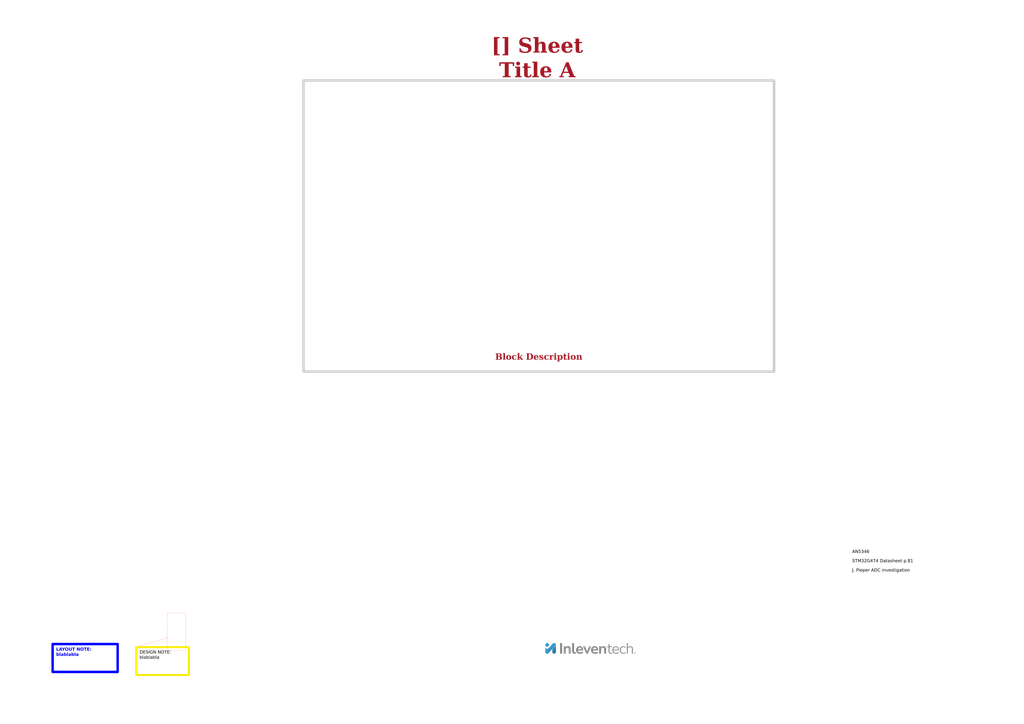
<source format=kicad_sch>
(kicad_sch (version 20250114) (generator "eeschema") (generator_version "9.0")
  (paper "A3")
  (title_block (title "Sheet Title A") (date "Last Modified Date") (rev "${REVISION}") (company "${COMPANY}"))
  (lib_symbols
    (symbol "Bluetooth____LoRa:EFR32BG24B210F1024IM48-B" (pin_names (offset 0.254))
      (property "Reference" "U1" (at 27.94 10.16 0))
      (property "Value" "EFR32BG24B210F1024IM48-B" (at 27.94 7.62 0))
      (symbol "EFR32BG24B210F1024IM48-B_0_1"
        (polyline (pts (xy 7.62 5.08) (xy 7.62 -134.62)) (stroke (width 0.127)))
        (polyline (pts (xy 7.62 -134.62) (xy 48.26 -134.62)) (stroke (width 0.127)))
        (polyline (pts (xy 48.26 5.08) (xy 7.62 5.08)) (stroke (width 0.127)))
        (polyline (pts (xy 48.26 -134.62) (xy 48.26 5.08)) (stroke (width 0.127)))
        (pin bidirectional line (at 0 0 0) (length 7.62) (name "PA00") (number "26"))
        (pin bidirectional line (at 0 -3.81 0) (length 7.62) (name "PA01") (number "27"))
        (pin bidirectional line (at 0 -7.62 0) (length 7.62) (name "PA02") (number "28"))
        (pin bidirectional line (at 0 -11.43 0) (length 7.62) (name "PA03") (number "29"))
        (pin bidirectional line (at 0 -15.24 0) (length 7.62) (name "PA04") (number "30"))
        (pin bidirectional line (at 0 -19.05 0) (length 7.62) (name "PA05") (number "31"))
        (pin bidirectional line (at 0 -22.86 0) (length 7.62) (name "PA06") (number "32"))
        (pin bidirectional line (at 0 -26.67 0) (length 7.62) (name "PA07") (number "33"))
        (pin bidirectional line (at 0 -30.48 0) (length 7.62) (name "PA08") (number "34"))
        (pin bidirectional line (at 0 -34.29 0) (length 7.62) (name "PA09") (number "35"))
        (pin bidirectional line (at 0 -41.91 0) (length 7.62) (name "PB00") (number "23"))
        (pin bidirectional line (at 0 -45.72 0) (length 7.62) (name "PB01") (number "22"))
        (pin bidirectional line (at 0 -49.53 0) (length 7.62) (name "PB02") (number "21"))
        (pin bidirectional line (at 0 -53.34 0) (length 7.62) (name "PB03") (number "20"))
        (pin bidirectional line (at 0 -57.15 0) (length 7.62) (name "PB04") (number "19"))
        (pin bidirectional line (at 0 -60.96 0) (length 7.62) (name "PB05") (number "18"))
        (pin bidirectional line (at 0 -68.58 0) (length 7.62) (name "PC00") (number "1"))
        (pin bidirectional line (at 0 -72.39 0) (length 7.62) (name "PC01") (number "2"))
        (pin bidirectional line (at 0 -76.2 0) (length 7.62) (name "PC02") (number "3"))
        (pin bidirectional line (at 0 -80.01 0) (length 7.62) (name "PC03") (number "4"))
        (pin bidirectional line (at 0 -83.82 0) (length 7.62) (name "PC04") (number "5"))
        (pin bidirectional line (at 0 -87.63 0) (length 7.62) (name "PC05") (number "6"))
        (pin bidirectional line (at 0 -91.44 0) (length 7.62) (name "PC06") (number "7"))
        (pin bidirectional line (at 0 -95.25 0) (length 7.62) (name "PC07") (number "8"))
        (pin bidirectional line (at 0 -99.06 0) (length 7.62) (name "PC08") (number "9"))
        (pin bidirectional line (at 0 -102.87 0) (length 7.62) (name "PC09") (number "10"))
        (pin bidirectional line (at 0 -110.49 0) (length 7.62) (name "PD00") (number "48"))
        (pin bidirectional line (at 0 -114.3 0) (length 7.62) (name "PD01") (number "47"))
        (pin bidirectional line (at 0 -118.11 0) (length 7.62) (name "PD02") (number "46"))
        (pin bidirectional line (at 0 -121.92 0) (length 7.62) (name "PD03") (number "45"))
        (pin bidirectional line (at 0 -125.73 0) (length 7.62) (name "PD04") (number "44"))
        (pin bidirectional line (at 0 -129.54 0) (length 7.62) (name "PD05") (number "43"))
        (pin input line (at 55.88 -19.05 180) (length 7.62) (name "HFXTAL_I") (number "11"))
        (pin output line (at 55.88 -22.86 180) (length 7.62) (name "HFXTAL_O") (number "12"))
        (pin power_in line (at 55.88 -26.67 180) (length 7.62) (name "RFVDD") (number "14"))
        (pin power_in line (at 55.88 -30.48 180) (length 7.62) (name "PAVDD") (number "17"))
        (pin power_out line (at 55.88 -34.29 180) (length 7.62) (name "RFVSS") (number "15"))
        (pin bidirectional line (at 55.88 -38.1 180) (length 7.62) (name "RF2G4_IO") (number "16"))
        (pin bidirectional line (at 55.88 -72.39 180) (length 7.62) (name "RESETN") (number "13"))
        (pin unspecified line (at 55.88 -76.2 180) (length 7.62) (name "VREGSW") (number "37"))
        (pin power_in line (at 55.88 -80.01 180) (length 7.62) (name "DVDD") (number "40"))
        (pin unspecified line (at 55.88 -83.82 180) (length 7.62) (name "DECOUPLE") (number "36"))
        (pin power_in line (at 55.88 -87.63 180) (length 7.62) (name "VREGVDD") (number "38"))
        (pin power_in line (at 55.88 -91.44 180) (length 7.62) (name "AVDD") (number "41"))
        (pin power_in line (at 55.88 -95.25 180) (length 7.62) (name "IOVDD") (number "42"))
        (pin power_in line (at 55.88 -99.06 180) (length 7.62) (name "VREFN") (number "24"))
        (pin power_in line (at 55.88 -102.87 180) (length 7.62) (name "VREFP") (number "25"))
        (pin power_out line (at 55.88 -106.68 180) (length 7.62) (name "VREGVSS") (number "39"))
        (pin power_out line (at 55.88 -110.49 180) (length 7.62) (name "EPAD") (number "49"))
      )
    )
  )
  (rectangle (start 68.58 251.46) (end 76.2 266.7) (stroke (width 0) (type dot) (color 255 0 0 1)))
  (rectangle (start 124.46 33.02) (end 317.5 152.4) (stroke (width 1) (color 200 200 200 1)))
  (rectangle (start -167.64 17.78) (end -35.56 185.42) (stroke (width 0.0254) (color 255 0 0 1)))
  (text "MCU-EFR32" (at -123.9774 24.4094 0) (effects (font (size 2.54 2.54) (thickness 0.254) (bold yes))))
  (text "J. Pieper ADC investigation" (at 349.504 235.204 0) (effects (font (size 1.27 1.27)) (justify left bottom)))
  (text "STM32G474 Datasheet p.81" (at 349.504 231.394 0) (effects (font (size 1.27 1.27)) (justify left bottom)))
  (text "AN5346" (at 349.504 227.584 0) (effects (font (size 1.27 1.27)) (justify left bottom)))
  (text_box "LAYOUT NOTE:\nblablabla" (at 21.59 264.16 0) (size 26.67 11.43) (margins 1.4525 1.4525 1.4525 1.4525) (stroke (width 1) (color 0 0 255 1)) (effects (font (size 1.27 1.27) (thickness 0.4) (bold yes)) (justify left top)))
  (text_box "[${#}] ${TITLE}" (at 184.15 17.78 0) (size 72.39 12.7) (margins 4.4999 4.4999 4.4999 4.4999) (stroke (width -0.0001)) (effects (font (size 6 6) (thickness 1.2) (bold yes))))
  (text_box "Block Description" (at 125.73 142.24 0) (size 190.5 7.62) (margins 1.9049 1.9049 1.9049 1.9049) (stroke (width -0.0001)) (effects (font (size 2.54 2.54) (thickness 0.508) (bold yes)) (justify bottom)))
  (text_box "DESIGN NOTE:\nblablabla" (at 55.88 265.43 0) (size 21.59 11.43) (margins 1.3525 1.3525 1.3525 1.3525) (stroke (width 0.8) (color 250 236 0 1)) (effects (font (size 1.27 1.27)) (justify left top)))
  (no_connect (at -52.0954 114.3))
  (no_connect (at -63.5 140.97))
  (no_connect (at -63.5 137.16))
  (bus_entry (at -134.62 111.76) (size 2.54 2.54))
  (bus_entry (at -134.62 92.71) (size 2.54 2.54))
  (bus_entry (at -134.62 138.43) (size 2.54 2.54))
  (bus_entry (at -134.62 146.05) (size 2.54 2.54))
  (bus_entry (at -134.62 62.23) (size 2.54 2.54))
  (bus_entry (at -134.62 39.37) (size 2.54 2.54))
  (bus_entry (at -134.62 43.18) (size 2.54 2.54))
  (bus_entry (at -134.62 107.95) (size 2.54 2.54))
  (bus_entry (at -134.62 58.42) (size 2.54 2.54))
  (bus_entry (at -134.62 81.28) (size 2.54 2.54))
  (bus_entry (at -134.62 50.8) (size 2.54 2.54))
  (bus_entry (at -134.62 157.48) (size 2.54 2.54))
  (bus_entry (at -134.62 165.1) (size 2.54 2.54))
  (bus_entry (at -134.62 119.38) (size 2.54 2.54))
  (bus_entry (at -134.62 69.85) (size 2.54 2.54))
  (bus_entry (at -134.62 54.61) (size 2.54 2.54))
  (bus_entry (at -134.62 134.62) (size 2.54 2.54))
  (bus_entry (at -134.62 153.67) (size 2.54 2.54))
  (bus_entry (at -134.62 88.9) (size 2.54 2.54))
  (bus_entry (at -134.62 96.52) (size 2.54 2.54))
  (bus_entry (at -134.62 104.14) (size 2.54 2.54))
  (bus_entry (at -134.62 66.04) (size 2.54 2.54))
  (bus_entry (at -134.62 46.99) (size 2.54 2.54))
  (bus_entry (at -134.62 127) (size 2.54 2.54))
  (bus_entry (at -134.62 77.47) (size 2.54 2.54))
  (bus_entry (at -134.62 115.57) (size 2.54 2.54))
  (bus_entry (at -134.62 85.09) (size 2.54 2.54))
  (bus_entry (at -134.62 35.56) (size 2.54 2.54))
  (bus_entry (at -134.62 130.81) (size 2.54 2.54))
  (bus_entry (at -134.62 123.19) (size 2.54 2.54))
  (bus_entry (at -134.62 161.29) (size 2.54 2.54))
  (bus_entry (at -134.62 149.86) (size 2.54 2.54))
  (wire (pts (xy -132.08 45.72) (xy -119.38 45.72)))
  (wire (pts (xy -63.5 118.11) (xy -50.8 118.11)))
  (wire (pts (xy -63.5 121.92) (xy -50.8 121.92)))
  (wire (pts (xy -132.08 133.35) (xy -119.38 133.35)))
  (bus (pts (xy -134.62 157.48) (xy -134.62 161.29)))
  (wire (pts (xy -132.08 148.59) (xy -119.38 148.59)))
  (wire (pts (xy -132.08 160.02) (xy -119.38 160.02)))
  (wire (pts (xy -132.08 125.73) (xy -119.38 125.73)))
  (wire (pts (xy -63.5 60.96) (xy -50.8 60.96)))
  (wire (pts (xy -132.08 53.34) (xy -119.38 53.34)))
  (bus (pts (xy -134.62 69.85) (xy -134.62 66.04)))
  (bus (pts (xy -143.51 100.33) (xy -134.62 100.33)))
  (bus (pts (xy -134.62 149.86) (xy -134.62 153.67)))
  (wire (pts (xy -132.08 60.96) (xy -119.38 60.96)))
  (bus (pts (xy -134.62 153.67) (xy -134.62 157.48)))
  (wire (pts (xy -63.5 68.58) (xy -50.8 68.58)))
  (bus (pts (xy -134.62 43.18) (xy -134.62 39.37)))
  (bus (pts (xy -134.62 35.56) (xy -134.62 31.75)))
  (wire (pts (xy -63.5 57.15) (xy -50.8 57.15)))
  (bus (pts (xy -134.62 66.04) (xy -134.62 62.23)))
  (wire (pts (xy -132.08 167.64) (xy -119.38 167.64)))
  (bus (pts (xy -134.62 54.61) (xy -134.62 50.8)))
  (wire (pts (xy -63.5 72.39) (xy -50.8 72.39)))
  (bus (pts (xy -143.51 73.66) (xy -134.62 73.66)))
  (bus (pts (xy -134.62 73.66) (xy -134.62 77.47)))
  (bus (pts (xy -134.62 77.47) (xy -134.62 81.28)))
  (bus (pts (xy -134.62 111.76) (xy -134.62 115.57)))
  (wire (pts (xy -132.08 106.68) (xy -119.38 106.68)))
  (bus (pts (xy -134.62 88.9) (xy -134.62 92.71)))
  (wire (pts (xy -132.08 80.01) (xy -119.38 80.01)))
  (wire (pts (xy -132.08 83.82) (xy -119.38 83.82)))
  (bus (pts (xy -134.62 119.38) (xy -134.62 123.19)))
  (wire (pts (xy -132.08 137.16) (xy -119.38 137.16)))
  (bus (pts (xy -143.51 31.75) (xy -134.62 31.75)))
  (bus (pts (xy -134.62 130.81) (xy -134.62 134.62)))
  (wire (pts (xy -132.08 41.91) (xy -119.38 41.91)))
  (wire (pts (xy -132.08 95.25) (xy -119.38 95.25)))
  (wire (pts (xy -132.08 118.11) (xy -119.38 118.11)))
  (bus (pts (xy -134.62 104.14) (xy -134.62 107.95)))
  (wire (pts (xy -63.5 125.73) (xy -50.8 125.73)))
  (wire (pts (xy -52.0954 114.3) (xy -63.5 114.3)))
  (wire (pts (xy -63.5 144.78) (xy -50.8 144.78)))
  (wire (pts (xy -132.08 99.06) (xy -119.38 99.06)))
  (bus (pts (xy -134.62 58.42) (xy -134.62 54.61)))
  (wire (pts (xy -132.08 156.21) (xy -119.38 156.21)))
  (wire (pts (xy -63.5 148.59) (xy -50.8 148.59)))
  (bus (pts (xy -134.62 100.33) (xy -134.62 104.14)))
  (wire (pts (xy -132.08 152.4) (xy -119.38 152.4)))
  (bus (pts (xy -134.62 115.57) (xy -134.62 119.38)))
  (wire (pts (xy -132.08 163.83) (xy -119.38 163.83)))
  (wire (pts (xy -132.08 110.49) (xy -119.38 110.49)))
  (bus (pts (xy -134.62 85.09) (xy -134.62 88.9)))
  (bus (pts (xy -134.62 146.05) (xy -134.62 149.86)))
  (wire (pts (xy -63.5 129.54) (xy -50.8 129.54)))
  (wire (pts (xy -63.5 133.35) (xy -50.8 133.35)))
  (wire (pts (xy -132.08 38.1) (xy -119.38 38.1)))
  (bus (pts (xy -134.62 39.37) (xy -134.62 35.56)))
  (wire (pts (xy -132.08 57.15) (xy -119.38 57.15)))
  (bus (pts (xy -134.62 127) (xy -134.62 130.81)))
  (wire (pts (xy -132.08 87.63) (xy -119.38 87.63)))
  (wire (pts (xy -132.08 121.92) (xy -119.38 121.92)))
  (wire (pts (xy -63.5 76.2) (xy -50.8 76.2)))
  (wire (pts (xy -132.08 68.58) (xy -119.38 68.58)))
  (wire (pts (xy -63.5 64.77) (xy -50.8 64.77)))
  (wire (pts (xy -132.08 114.3) (xy -119.38 114.3)))
  (wire (pts (xy -132.08 49.53) (xy -119.38 49.53)))
  (wire (pts (xy -63.5 110.49) (xy -50.8 110.49)))
  (bus (pts (xy -134.62 46.99) (xy -134.62 43.18)))
  (wire (pts (xy -132.08 91.44) (xy -119.38 91.44)))
  (bus (pts (xy -134.62 161.29) (xy -134.62 165.1)))
  (bus (pts (xy -134.62 123.19) (xy -134.62 127)))
  (bus (pts (xy -134.62 134.62) (xy -134.62 138.43)))
  (bus (pts (xy -143.51 142.24) (xy -134.62 142.24)))
  (bus (pts (xy -134.62 62.23) (xy -134.62 58.42)))
  (wire (pts (xy -132.08 129.54) (xy -119.38 129.54)))
  (polyline (pts (xy 68.58 261.62) (xy 55.88 265.43)) (stroke (width 0) (type dot) (color 255 0 0 1)))
  (bus (pts (xy -134.62 142.24) (xy -134.62 146.05)))
  (bus (pts (xy -134.62 107.95) (xy -134.62 111.76)))
  (bus (pts (xy -134.62 92.71) (xy -134.62 96.52)))
  (wire (pts (xy -132.08 140.97) (xy -119.38 140.97)))
  (bus (pts (xy -134.62 81.28) (xy -134.62 85.09)))
  (wire (pts (xy -132.08 64.77) (xy -119.38 64.77)))
  (wire (pts (xy -132.08 72.39) (xy -119.38 72.39)))
  (bus (pts (xy -134.62 50.8) (xy -134.62 46.99)))
  (image (at 242.189 265.9634) (scale 0.157633))
  (label "EFR32_PA05" (at -132.08 57.15 0))
  (label "EFR32_PB05" (at -132.08 99.06 0))
  (label "EFR32_PC07" (at -132.08 133.35 0))
  (label "EFR32_PA01" (at -132.08 41.91 0))
  (label "EFR32_PC03" (at -132.08 118.11 0))
  (label "EFR32_PD04" (at -132.08 163.83 0))
  (label "EFR32_PD01" (at -132.08 152.4 0))
  (label "EFR32_PD02" (at -132.08 156.21 0))
  (label "EFR32_PA08" (at -132.08 68.58 0))
  (label "EFR32_PC00" (at -132.08 106.68 0))
  (label "EFR32_PD00" (at -132.08 148.59 0))
  (label "EFR32_PA03" (at -132.08 49.53 0))
  (label "EFR32_PC09" (at -132.08 140.97 0))
  (label "EFR32_PC08" (at -132.08 137.16 0))
  (label "EFR32_PB04" (at -132.08 95.25 0))
  (label "EFR32_PB02" (at -132.08 87.63 0))
  (label "EFR32_PA07" (at -132.08 64.77 0))
  (label "EFR32_PC06" (at -132.08 129.54 0))
  (label "EFR32_PD03" (at -132.08 160.02 0))
  (label "EFR32_PA06" (at -132.08 60.96 0))
  (label "EFR32_PA02" (at -132.08 45.72 0))
  (label "EFR32_PB00" (at -132.08 80.01 0))
  (label "EFR32_PC02" (at -132.08 114.3 0))
  (label "EFR32_PA09" (at -132.08 72.39 0))
  (label "EFR32_PC04" (at -132.08 121.92 0))
  (label "EFR32_PA04" (at -132.08 53.34 0))
  (label "EFR32_PB01" (at -132.08 83.82 0))
  (label "EFR32_PA00" (at -132.08 38.1 0))
  (label "EFR32_PB03" (at -132.08 91.44 0))
  (label "EFR32_PC05" (at -132.08 125.73 0))
  (label "EFR32_PC01" (at -132.08 110.49 0))
  (label "EFR32_PD05" (at -132.08 167.64 0))
  (global_label "nRST" (shape input) (at -50.8 110.49 0) (property "Intersheetrefs" "${INTERSHEET_REFS}" (effects (hide yes))))
  (global_label "EFR32_PA0[9..0]" (shape bidirectional) (at -143.51 31.75 180) (property "Intersheetrefs" "${INTERSHEET_REFS}" (effects (hide yes))))
  (global_label "DECOUPLE" (shape output) (at -50.8 121.92 0) (property "Intersheetrefs" "${INTERSHEET_REFS}" (effects (hide yes))))
  (global_label "I{slash}O VDD" (shape input) (at -50.8 133.35 0) (property "Intersheetrefs" "${INTERSHEET_REFS}" (effects (hide yes))))
  (global_label "EPAD" (shape output) (at -50.8 148.59 0) (property "Intersheetrefs" "${INTERSHEET_REFS}" (effects (hide yes))))
  (global_label "DVDD" (shape input) (at -50.8 118.11 0) (property "Intersheetrefs" "${INTERSHEET_REFS}" (effects (hide yes))))
  (global_label "HFXTAL_I" (shape input) (at -50.8 57.15 0) (property "Intersheetrefs" "${INTERSHEET_REFS}" (effects (hide yes))))
  (global_label "EFR32_PD0[5..0]" (shape bidirectional) (at -143.51 142.24 180) (property "Intersheetrefs" "${INTERSHEET_REFS}" (effects (hide yes))))
  (global_label "VREGVSS" (shape output) (at -50.8 144.78 0) (property "Intersheetrefs" "${INTERSHEET_REFS}" (effects (hide yes))))
  (global_label "VREGVDD" (shape input) (at -50.8 125.73 0) (property "Intersheetrefs" "${INTERSHEET_REFS}" (effects (hide yes))))
  (global_label "RFVDD" (shape input) (at -50.8 64.77 0) (property "Intersheetrefs" "${INTERSHEET_REFS}" (effects (hide yes))))
  (global_label "RFVSS" (shape output) (at -50.8 72.39 0) (property "Intersheetrefs" "${INTERSHEET_REFS}" (effects (hide yes))))
  (global_label "RFPAVDD" (shape input) (at -50.8 68.58 0) (property "Intersheetrefs" "${INTERSHEET_REFS}" (effects (hide yes))))
  (global_label "EFR32_PC0[9..0]" (shape bidirectional) (at -143.51 100.33 180) (property "Intersheetrefs" "${INTERSHEET_REFS}" (effects (hide yes))))
  (global_label "AVDD" (shape input) (at -50.8 129.54 0) (property "Intersheetrefs" "${INTERSHEET_REFS}" (effects (hide yes))))
  (global_label "EFR32_PB0[5..0]" (shape bidirectional) (at -143.51 73.66 180) (property "Intersheetrefs" "${INTERSHEET_REFS}" (effects (hide yes))))
  (global_label "RF2G4_IO" (shape bidirectional) (at -50.8 76.2 0) (property "Intersheetrefs" "${INTERSHEET_REFS}" (effects (hide yes))))
  (global_label "HFXTAL_O" (shape output) (at -50.8 60.96 0) (property "Intersheetrefs" "${INTERSHEET_REFS}" (effects (hide yes))))
  (symbol (lib_id "Bluetooth____LoRa:EFR32BG24B210F1024IM48-B") (at -119.38 38.1 0) (unit 1)
    (property "Reference" "U1" (at -91.44 27.94 0) (effects (font (size 1.524 1.524))))
    (property "Value" "EFR32BG24B210F1024IM48-B" (at -91.44 30.48 0) (effects (font (size 1.524 1.524))))
    (property "Footprint" "Bluetooth:QFN40P600X600X90-49N-D" (effects (hide yes)))
    (property "Datasheet" "EFR32BG24B210F1024IM48-B" (effects (hide yes)))
  )
)
</source>
